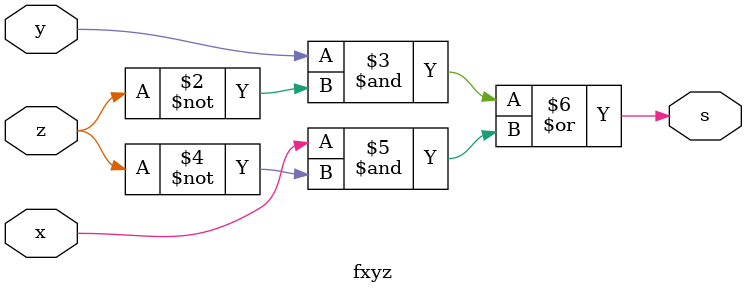
<source format=v>
/*
	Guia_0601b.v
	842536 - Mateus Henrique Medeiros Diniz
*/

module Guia_0601b;
	reg x, y, z;
	wire s;
	reg[2 : 0] m;
	
	fxyz f (s, x, y, z);
	
	initial 
	begin: main
		integer i;
		
		$display("s = (y & ~z) | (x & ~z)");
		
		$display("m x y z | s");
		$monitor("%d %b %b %b | %b", m, x, y, z, s);
		
		m = 0;
		x = 0;
		y = 0;
		z = 0;
		
		for(i = 0; i < 7; i++) begin
			#1
			z = ~z;
			
			if((i + 1) % 2 == 0) begin
				y = ~y;
			end
			
			if((i + 1) % 4 == 0) begin
				x = ~x;
			end
			
			m++;
		end
	end
endmodule

module fxyz (output s, input x, y, z);
	assign s = (y & ~z) | (x & ~z);
endmodule
</source>
